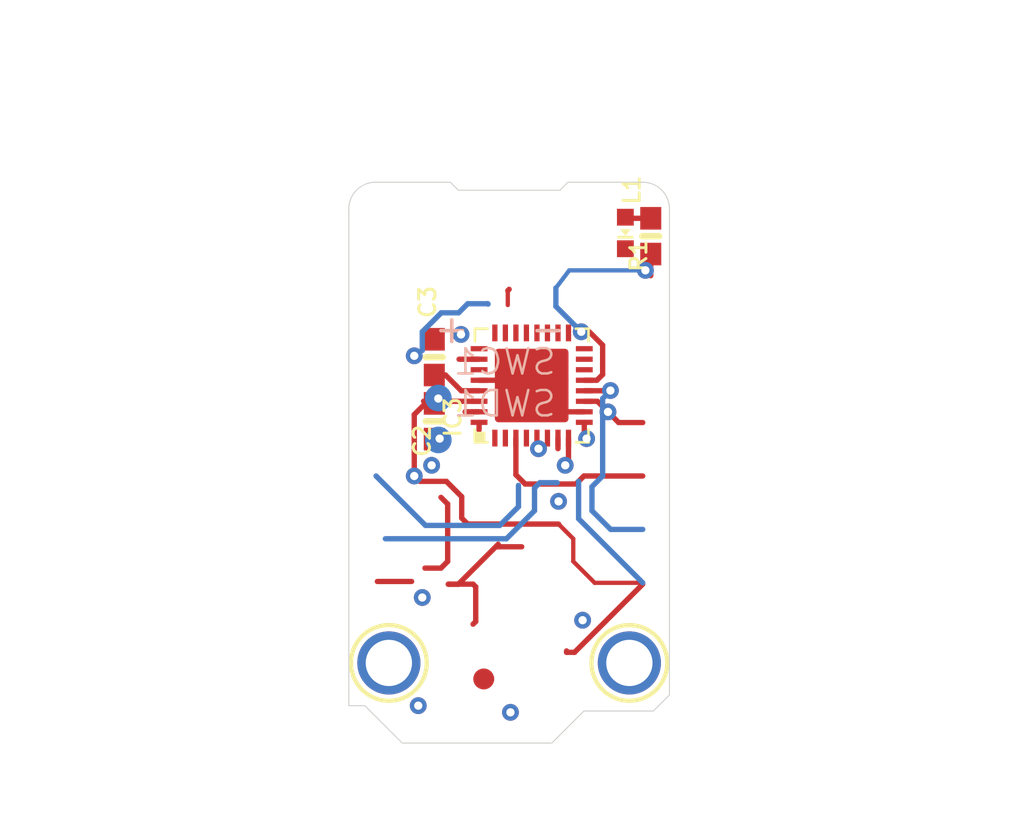
<source format=kicad_pcb>
(kicad_pcb (version 20190516) (host pcbnew "6.0.0-unknown-77cefe0~86~ubuntu18.04.1")

  (general
    (thickness 1.6)
    (drawings 29)
    (tracks 106)
    (modules 10)
    (nets 17)
  )

  (page "A4")
  (layers
    (0 "Top" signal)
    (1 "Route2" signal hide)
    (2 "Route3" signal hide)
    (3 "Route4" signal hide)
    (4 "Route5" signal hide)
    (5 "Route6" signal hide)
    (6 "Route7" signal hide)
    (7 "Route8" signal hide)
    (8 "Route9" signal hide)
    (9 "Route10" signal hide)
    (10 "Route11" signal hide)
    (11 "Route12" signal hide)
    (12 "Route13" signal hide)
    (13 "Route14" signal hide)
    (14 "Route15" signal)
    (31 "Bottom" signal)
    (32 "B.Adhes" user)
    (33 "F.Adhes" user)
    (34 "B.Paste" user)
    (35 "F.Paste" user)
    (36 "B.SilkS" user)
    (37 "F.SilkS" user)
    (38 "B.Mask" user)
    (39 "F.Mask" user)
    (40 "Dwgs.User" user)
    (41 "Cmts.User" user)
    (42 "Eco1.User" user)
    (43 "Eco2.User" user)
    (44 "Edge.Cuts" user)
    (45 "Margin" user)
    (46 "B.CrtYd" user)
    (47 "F.CrtYd" user)
    (48 "B.Fab" user)
    (49 "F.Fab" user)
  )

  (setup
    (last_trace_width 0.25)
    (trace_clearance 0.2)
    (zone_clearance 0.508)
    (zone_45_only no)
    (trace_min 0.2)
    (via_size 0.8)
    (via_drill 0.4)
    (via_min_size 0.4)
    (via_min_drill 0.3)
    (uvia_size 0.3)
    (uvia_drill 0.1)
    (uvias_allowed no)
    (uvia_min_size 0.2)
    (uvia_min_drill 0.1)
    (max_error 0.005)
    (edge_width 0.05)
    (segment_width 0.2)
    (pcb_text_width 0.3)
    (pcb_text_size 1.5 1.5)
    (mod_edge_width 0.12)
    (mod_text_size 1 1)
    (mod_text_width 0.15)
    (pad_size 1.524 1.524)
    (pad_drill 0.762)
    (pad_to_mask_clearance 0.051)
    (solder_mask_min_width 0.25)
    (aux_axis_origin 0 0)
    (visible_elements FFFFF77F)
    (pcbplotparams
      (layerselection 0x010fc_ffffffff)
      (usegerberextensions false)
      (usegerberattributes false)
      (usegerberadvancedattributes false)
      (creategerberjobfile false)
      (excludeedgelayer true)
      (linewidth 0.100000)
      (plotframeref false)
      (viasonmask false)
      (mode 1)
      (useauxorigin false)
      (hpglpennumber 1)
      (hpglpenspeed 20)
      (hpglpendiameter 15.000000)
      (psnegative false)
      (psa4output false)
      (plotreference true)
      (plotvalue true)
      (plotinvisibletext false)
      (padsonsilk false)
      (subtractmaskfromsilk false)
      (outputformat 1)
      (mirror false)
      (drillshape 1)
      (scaleselection 1)
      (outputdirectory ""))
  )

  (net 0 "")
  (net 1 "GND")
  (net 2 "3.3V")
  (net 3 "<root sheet>VOUT")
  (net 4 "<root sheet>~RESET")
  (net 5 "<root sheet>D1_A0_PA02")
  (net 6 "<root sheet>D4_A2_PA06_TXD_MOSI")
  (net 7 "<root sheet>D3_A3_PA07_RXD_SCK")
  (net 8 "<root sheet>D0_A4_PA08_SDA")
  (net 9 "<root sheet>D2_A1_PA09_SCL_MISO")
  (net 10 "Net-(IC3-Pad13)")
  (net 11 "Net-(C3-Pad1)")
  (net 12 "Net-(IC3-Pad31)")
  (net 13 "Net-(IC3-Pad32)")
  (net 14 "Net-(IC3-Pad24)")
  (net 15 "<root sheet>VBAT")
  (net 16 "Net-(L1-PadA)")

  (net_class "Default" "This is the default net class."
    (clearance 0.2)
    (trace_width 0.25)
    (via_dia 0.8)
    (via_drill 0.4)
    (uvia_dia 0.3)
    (uvia_drill 0.1)
    (add_net "3.3V")
    (add_net "<root sheet>D0_A4_PA08_SDA")
    (add_net "<root sheet>D1_A0_PA02")
    (add_net "<root sheet>D2_A1_PA09_SCL_MISO")
    (add_net "<root sheet>D3_A3_PA07_RXD_SCK")
    (add_net "<root sheet>D4_A2_PA06_TXD_MOSI")
    (add_net "<root sheet>VBAT")
    (add_net "<root sheet>VOUT")
    (add_net "<root sheet>~RESET")
    (add_net "GND")
    (add_net "Net-(C3-Pad1)")
    (add_net "Net-(IC3-Pad1)")
    (add_net "Net-(IC3-Pad13)")
    (add_net "Net-(IC3-Pad14)")
    (add_net "Net-(IC3-Pad15)")
    (add_net "Net-(IC3-Pad16)")
    (add_net "Net-(IC3-Pad17)")
    (add_net "Net-(IC3-Pad18)")
    (add_net "Net-(IC3-Pad19)")
    (add_net "Net-(IC3-Pad2)")
    (add_net "Net-(IC3-Pad20)")
    (add_net "Net-(IC3-Pad21)")
    (add_net "Net-(IC3-Pad22)")
    (add_net "Net-(IC3-Pad23)")
    (add_net "Net-(IC3-Pad24)")
    (add_net "Net-(IC3-Pad25)")
    (add_net "Net-(IC3-Pad27)")
    (add_net "Net-(IC3-Pad31)")
    (add_net "Net-(IC3-Pad32)")
    (add_net "Net-(IC3-Pad4)")
    (add_net "Net-(IC3-Pad5)")
    (add_net "Net-(IC3-Pad6)")
    (add_net "Net-(L1-PadA)")
  )

  (module "Trinket M0 rev D:FIDUCIAL_1MM" (layer "Top") (tedit 0) (tstamp 5D0BB116)
    (at 147.2946 115.2906)
    (path "/371C5F19")
    (fp_text reference "U$6" (at 0 0) (layer "F.SilkS") hide
      (effects (font (size 1.27 1.27) (thickness 0.15)))
    )
    (fp_text value "FIDUCIAL_1MM" (at 0 0) (layer "F.SilkS") hide
      (effects (font (size 1.27 1.27) (thickness 0.15)))
    )
    (fp_arc (start 0 0) (end 0 0.75) (angle 90) (layer "Dwgs.User") (width 0.5))
    (fp_arc (start 0 0) (end 0.75 0) (angle 90) (layer "Dwgs.User") (width 0.5))
    (fp_arc (start 0 0) (end 0 -0.75) (angle 90) (layer "Dwgs.User") (width 0.5))
    (fp_arc (start 0 0) (end -0.75 0) (angle 90) (layer "Dwgs.User") (width 0.5))
    (fp_arc (start 0 0) (end 0 0.75) (angle 90) (layer "Dwgs.User") (width 0.5))
    (fp_arc (start 0 0) (end 0.75 0) (angle 90) (layer "Dwgs.User") (width 0.5))
    (fp_arc (start 0 0) (end 0 -0.75) (angle 90) (layer "Dwgs.User") (width 0.5))
    (fp_arc (start 0 0) (end -0.75 0) (angle 90) (layer "Dwgs.User") (width 0.5))
    (fp_arc (start 0 0) (end 0 0.75) (angle 90) (layer "F.Mask") (width 0.5))
    (fp_arc (start 0 0) (end 0.75 0) (angle 90) (layer "F.Mask") (width 0.5))
    (fp_arc (start 0 0) (end 0 -0.75) (angle 90) (layer "F.Mask") (width 0.5))
    (fp_arc (start 0 0) (end -0.75 0) (angle 90) (layer "F.Mask") (width 0.5))
    (pad "1" smd roundrect (at 0 0) (size 1 1) (layers "Top" "F.Mask") (roundrect_rratio 0.5)
      (solder_mask_margin 0.0508))
  )

  (module "Trinket M0 rev D:MOUNTINGHOLE_2.0_PLATED" (layer "Top") (tedit 0) (tstamp 5D0BB179)
    (at 142.7861 114.5286)
    (path "/E90442EA")
    (fp_text reference "U$8" (at 0 0) (layer "F.SilkS") hide
      (effects (font (size 1.27 1.27) (thickness 0.15)))
    )
    (fp_text value "MOUNTINGHOLE2.0" (at 0 0) (layer "F.SilkS") hide
      (effects (font (size 1.27 1.27) (thickness 0.15)))
    )
    (fp_text user "2,0" (at -0.87 2.74) (layer "Cmts.User")
      (effects (font (size 0.77216 0.77216) (thickness 0.065024)) (justify left bottom))
    )
    (fp_circle (center 0 0) (end 1 0) (layer "Dwgs.User") (width 2.032))
    (fp_circle (center 0 0) (end 1 0) (layer "Dwgs.User") (width 2.032))
    (fp_circle (center 0 0) (end 1 0) (layer "Dwgs.User") (width 2.032))
    (fp_circle (center 0 0) (end 1 0) (layer "Dwgs.User") (width 2.032))
    (fp_circle (center 0 0) (end 1 0) (layer "Dwgs.User") (width 2.032))
    (fp_circle (center 0 0) (end 1.8 0) (layer "F.SilkS") (width 0.2032))
    (pad "P$1" thru_hole circle (at 0 0) (size 3 3) (drill 2.2) (layers *.Cu *.Mask)
      (solder_mask_margin 0.0508))
  )

  (module "Trinket M0 rev D:MOUNTINGHOLE_2.0_PLATED" (layer "Top") (tedit 0) (tstamp 5D0BB184)
    (at 154.2161 114.5286)
    (path "/9B8BA149")
    (fp_text reference "U$9" (at 0 0) (layer "F.SilkS") hide
      (effects (font (size 1.27 1.27) (thickness 0.15)))
    )
    (fp_text value "MOUNTINGHOLE2.0" (at 0 0) (layer "F.SilkS") hide
      (effects (font (size 1.27 1.27) (thickness 0.15)))
    )
    (fp_text user "2,0" (at -0.87 2.74) (layer "Cmts.User")
      (effects (font (size 0.77216 0.77216) (thickness 0.065024)) (justify left bottom))
    )
    (fp_circle (center 0 0) (end 1 0) (layer "Dwgs.User") (width 2.032))
    (fp_circle (center 0 0) (end 1 0) (layer "Dwgs.User") (width 2.032))
    (fp_circle (center 0 0) (end 1 0) (layer "Dwgs.User") (width 2.032))
    (fp_circle (center 0 0) (end 1 0) (layer "Dwgs.User") (width 2.032))
    (fp_circle (center 0 0) (end 1 0) (layer "Dwgs.User") (width 2.032))
    (fp_circle (center 0 0) (end 1.8 0) (layer "F.SilkS") (width 0.2032))
    (pad "P$1" thru_hole circle (at 0 0) (size 3 3) (drill 2.2) (layers *.Cu *.Mask)
      (solder_mask_margin 0.0508))
  )

  (module "Trinket M0 rev D:QFN32_5MM" (layer "Top") (tedit 0) (tstamp 5D0BB260)
    (at 149.572981 101.335841 90)
    (descr "<p>QFN32 5x5mm 0.5mm pitch</p>\n<b>Source:</b> Nordic nRF8001 Product Specification")
    (path "/5ED25CA7")
    (fp_text reference "IC3" (at -2.54 -3.298 90) (layer "F.SilkS")
      (effects (font (size 0.77216 0.77216) (thickness 0.138988)) (justify left bottom))
    )
    (fp_text value "ATSAMD21E" (at -2.54 3.552) (layer "F.Fab")
      (effects (font (size 0.77216 0.77216) (thickness 0.077216)) (justify left bottom))
    )
    (fp_poly (pts (xy 0.254 1.397) (xy 1.397 1.397) (xy 1.397 0.254) (xy 0.254 0.254)) (layer "F.Paste") (width 0))
    (fp_poly (pts (xy -1.397 -0.254) (xy -0.254 -0.254) (xy -0.254 -1.397) (xy -1.397 -1.397)) (layer "F.Paste") (width 0))
    (fp_poly (pts (xy 0.254 -0.254) (xy 1.397 -0.254) (xy 1.397 -1.397) (xy 0.254 -1.397)) (layer "F.Paste") (width 0))
    (fp_poly (pts (xy -1.397 1.397) (xy -0.254 1.397) (xy -0.254 0.254) (xy -1.397 0.254)) (layer "F.Paste") (width 0))
    (fp_poly (pts (xy -1.925 -2.95) (xy -1.925 -2.05) (xy -1.575 -2.05) (xy -1.575 -2.95)) (layer "F.Mask") (width 0))
    (fp_poly (pts (xy -1.425 -2.95) (xy -1.425 -2.05) (xy -1.075 -2.05) (xy -1.075 -2.95)) (layer "F.Mask") (width 0))
    (fp_poly (pts (xy -0.925 -2.95) (xy -0.925 -2.05) (xy -0.575 -2.05) (xy -0.575 -2.95)) (layer "F.Mask") (width 0))
    (fp_poly (pts (xy -0.425 -2.95) (xy -0.425 -2.05) (xy -0.075 -2.05) (xy -0.075 -2.95)) (layer "F.Mask") (width 0))
    (fp_poly (pts (xy 0.075 -2.95) (xy 0.075 -2.05) (xy 0.425 -2.05) (xy 0.425 -2.95)) (layer "F.Mask") (width 0))
    (fp_poly (pts (xy 0.575 -2.95) (xy 0.575 -2.05) (xy 0.925 -2.05) (xy 0.925 -2.95)) (layer "F.Mask") (width 0))
    (fp_poly (pts (xy 1.075 -2.95) (xy 1.075 -2.05) (xy 1.425 -2.05) (xy 1.425 -2.95)) (layer "F.Mask") (width 0))
    (fp_poly (pts (xy 1.575 -2.95) (xy 1.575 -2.05) (xy 1.925 -2.05) (xy 1.925 -2.95)) (layer "F.Mask") (width 0))
    (fp_poly (pts (xy 2.95 -1.925) (xy 2.05 -1.925) (xy 2.05 -1.575) (xy 2.95 -1.575)) (layer "F.Mask") (width 0))
    (fp_poly (pts (xy 2.95 -1.425) (xy 2.05 -1.425) (xy 2.05 -1.075) (xy 2.95 -1.075)) (layer "F.Mask") (width 0))
    (fp_poly (pts (xy 2.95 -0.925) (xy 2.05 -0.925) (xy 2.05 -0.575) (xy 2.95 -0.575)) (layer "F.Mask") (width 0))
    (fp_poly (pts (xy 2.95 -0.425) (xy 2.05 -0.425) (xy 2.05 -0.075) (xy 2.95 -0.075)) (layer "F.Mask") (width 0))
    (fp_poly (pts (xy 2.95 0.075) (xy 2.05 0.075) (xy 2.05 0.425) (xy 2.95 0.425)) (layer "F.Mask") (width 0))
    (fp_poly (pts (xy 2.95 0.575) (xy 2.05 0.575) (xy 2.05 0.925) (xy 2.95 0.925)) (layer "F.Mask") (width 0))
    (fp_poly (pts (xy 2.95 1.075) (xy 2.05 1.075) (xy 2.05 1.425) (xy 2.95 1.425)) (layer "F.Mask") (width 0))
    (fp_poly (pts (xy 2.95 1.575) (xy 2.05 1.575) (xy 2.05 1.925) (xy 2.95 1.925)) (layer "F.Mask") (width 0))
    (fp_poly (pts (xy 1.925 2.95) (xy 1.925 2.05) (xy 1.575 2.05) (xy 1.575 2.95)) (layer "F.Mask") (width 0))
    (fp_poly (pts (xy 1.425 2.95) (xy 1.425 2.05) (xy 1.075 2.05) (xy 1.075 2.95)) (layer "F.Mask") (width 0))
    (fp_poly (pts (xy 0.925 2.95) (xy 0.925 2.05) (xy 0.575 2.05) (xy 0.575 2.95)) (layer "F.Mask") (width 0))
    (fp_poly (pts (xy 0.425 2.95) (xy 0.425 2.05) (xy 0.075 2.05) (xy 0.075 2.95)) (layer "F.Mask") (width 0))
    (fp_poly (pts (xy -0.075 2.95) (xy -0.075 2.05) (xy -0.425 2.05) (xy -0.425 2.95)) (layer "F.Mask") (width 0))
    (fp_poly (pts (xy -0.575 2.95) (xy -0.575 2.05) (xy -0.925 2.05) (xy -0.925 2.95)) (layer "F.Mask") (width 0))
    (fp_poly (pts (xy -1.075 2.95) (xy -1.075 2.05) (xy -1.425 2.05) (xy -1.425 2.95)) (layer "F.Mask") (width 0))
    (fp_poly (pts (xy -1.575 2.95) (xy -1.575 2.05) (xy -1.925 2.05) (xy -1.925 2.95)) (layer "F.Mask") (width 0))
    (fp_poly (pts (xy -2.95 1.925) (xy -2.05 1.925) (xy -2.05 1.575) (xy -2.95 1.575)) (layer "F.Mask") (width 0))
    (fp_poly (pts (xy -2.95 1.425) (xy -2.05 1.425) (xy -2.05 1.075) (xy -2.95 1.075)) (layer "F.Mask") (width 0))
    (fp_poly (pts (xy -2.95 0.925) (xy -2.05 0.925) (xy -2.05 0.575) (xy -2.95 0.575)) (layer "F.Mask") (width 0))
    (fp_poly (pts (xy -2.95 0.425) (xy -2.05 0.425) (xy -2.05 0.075) (xy -2.95 0.075)) (layer "F.Mask") (width 0))
    (fp_poly (pts (xy -2.95 -0.075) (xy -2.05 -0.075) (xy -2.05 -0.425) (xy -2.95 -0.425)) (layer "F.Mask") (width 0))
    (fp_poly (pts (xy -2.95 -0.575) (xy -2.05 -0.575) (xy -2.05 -0.925) (xy -2.95 -0.925)) (layer "F.Mask") (width 0))
    (fp_poly (pts (xy -2.95 -1.075) (xy -2.05 -1.075) (xy -2.05 -1.425) (xy -2.95 -1.425)) (layer "F.Mask") (width 0))
    (fp_poly (pts (xy -2.95 -1.575) (xy -2.05 -1.575) (xy -2.05 -1.925) (xy -2.95 -1.925)) (layer "F.Mask") (width 0))
    (fp_poly (pts (xy -2.7 -2.2) (xy -2.2 -2.2) (xy -2.2 -2.7) (xy -2.7 -2.7)) (layer "F.SilkS") (width 0))
    (fp_line (start 2.7 2.7) (end 2.1 2.7) (layer "F.SilkS") (width 0.127))
    (fp_line (start 2.7 2.1) (end 2.7 2.7) (layer "F.SilkS") (width 0.127))
    (fp_line (start -2.7 2.7) (end -2.1 2.7) (layer "F.SilkS") (width 0.127))
    (fp_line (start -2.7 2.1) (end -2.7 2.7) (layer "F.SilkS") (width 0.127))
    (fp_line (start 2.7 -2.7) (end 2.7 -2.1) (layer "F.SilkS") (width 0.127))
    (fp_line (start 2.1 -2.7) (end 2.7 -2.7) (layer "F.SilkS") (width 0.127))
    (fp_line (start -2.7 -2.7) (end -2.7 -2.1) (layer "F.SilkS") (width 0.127))
    (fp_line (start -2.1 -2.7) (end -2.7 -2.7) (layer "F.SilkS") (width 0.127))
    (fp_line (start -2.5 2.5) (end -2.5 -2.5) (layer "F.Fab") (width 0.127))
    (fp_line (start 2.5 2.5) (end -2.5 2.5) (layer "F.Fab") (width 0.127))
    (fp_line (start 2.5 -2.5) (end 2.5 2.5) (layer "F.Fab") (width 0.127))
    (fp_line (start -2.5 -2.5) (end 2.5 -2.5) (layer "F.Fab") (width 0.127))
    (pad "33" smd roundrect (at 0 0 90) (size 3.5 3.5) (layers "Top" "F.Mask") (roundrect_rratio 0.05)
      (net 1 "GND") (solder_mask_margin 0.0508))
    (pad "1" smd rect (at -2.5 -1.75 180) (size 0.25 0.8) (layers "Top" "F.Paste" "F.Mask")
      (solder_mask_margin 0.0508))
    (pad "2" smd rect (at -2.5 -1.25 180) (size 0.25 0.8) (layers "Top" "F.Paste" "F.Mask")
      (solder_mask_margin 0.0508))
    (pad "3" smd rect (at -2.5 -0.75 180) (size 0.25 0.8) (layers "Top" "F.Paste" "F.Mask")
      (solder_mask_margin 0.0508))
    (pad "4" smd rect (at -2.5 -0.25 180) (size 0.25 0.8) (layers "Top" "F.Paste" "F.Mask")
      (solder_mask_margin 0.0508))
    (pad "5" smd rect (at -2.5 0.25 180) (size 0.25 0.8) (layers "Top" "F.Paste" "F.Mask")
      (solder_mask_margin 0.0508))
    (pad "6" smd rect (at -2.5 0.75 180) (size 0.25 0.8) (layers "Top" "F.Paste" "F.Mask")
      (solder_mask_margin 0.0508))
    (pad "7" smd rect (at -2.5 1.25 180) (size 0.25 0.8) (layers "Top" "F.Paste" "F.Mask")
      (solder_mask_margin 0.0508))
    (pad "8" smd rect (at -2.5 1.75 180) (size 0.25 0.8) (layers "Top" "F.Paste" "F.Mask")
      (solder_mask_margin 0.0508))
    (pad "9" smd rect (at -1.75 2.5 270) (size 0.25 0.8) (layers "Top" "F.Paste" "F.Mask")
      (net 2 "3.3V") (solder_mask_margin 0.0508))
    (pad "10" smd rect (at -1.25 2.5 270) (size 0.25 0.8) (layers "Top" "F.Paste" "F.Mask")
      (net 1 "GND") (solder_mask_margin 0.0508))
    (pad "11" smd rect (at -0.75 2.5 270) (size 0.25 0.8) (layers "Top" "F.Paste" "F.Mask")
      (solder_mask_margin 0.0508))
    (pad "12" smd rect (at -0.25 2.5 270) (size 0.25 0.8) (layers "Top" "F.Paste" "F.Mask")
      (solder_mask_margin 0.0508))
    (pad "13" smd rect (at 0.25 2.5 270) (size 0.25 0.8) (layers "Top" "F.Paste" "F.Mask")
      (net 10 "Net-(IC3-Pad13)") (solder_mask_margin 0.0508))
    (pad "14" smd rect (at 0.75 2.5 270) (size 0.25 0.8) (layers "Top" "F.Paste" "F.Mask")
      (solder_mask_margin 0.0508))
    (pad "15" smd rect (at 1.25 2.5 270) (size 0.25 0.8) (layers "Top" "F.Paste" "F.Mask")
      (solder_mask_margin 0.0508))
    (pad "16" smd rect (at 1.75 2.5 270) (size 0.25 0.8) (layers "Top" "F.Paste" "F.Mask")
      (solder_mask_margin 0.0508))
    (pad "17" smd rect (at 2.5 1.75) (size 0.25 0.8) (layers "Top" "F.Paste" "F.Mask")
      (solder_mask_margin 0.0508))
    (pad "18" smd rect (at 2.5 1.25) (size 0.25 0.8) (layers "Top" "F.Paste" "F.Mask")
      (solder_mask_margin 0.0508))
    (pad "19" smd rect (at 2.5 0.75) (size 0.25 0.8) (layers "Top" "F.Paste" "F.Mask")
      (solder_mask_margin 0.0508))
    (pad "20" smd rect (at 2.5 0.25) (size 0.25 0.8) (layers "Top" "F.Paste" "F.Mask")
      (solder_mask_margin 0.0508))
    (pad "21" smd rect (at 2.5 -0.25) (size 0.25 0.8) (layers "Top" "F.Paste" "F.Mask")
      (solder_mask_margin 0.0508))
    (pad "22" smd rect (at 2.5 -0.75) (size 0.25 0.8) (layers "Top" "F.Paste" "F.Mask")
      (solder_mask_margin 0.0508))
    (pad "23" smd rect (at 2.5 -1.25) (size 0.25 0.8) (layers "Top" "F.Paste" "F.Mask")
      (solder_mask_margin 0.0508))
    (pad "24" smd rect (at 2.5 -1.75) (size 0.25 0.8) (layers "Top" "F.Paste" "F.Mask")
      (solder_mask_margin 0.0508))
    (pad "25" smd rect (at 1.75 -2.5 90) (size 0.25 0.8) (layers "Top" "F.Paste" "F.Mask")
      (solder_mask_margin 0.0508))
    (pad "26" smd rect (at 1.25 -2.5 90) (size 0.25 0.8) (layers "Top" "F.Paste" "F.Mask")
      (solder_mask_margin 0.0508))
    (pad "27" smd rect (at 0.75 -2.5 90) (size 0.25 0.8) (layers "Top" "F.Paste" "F.Mask")
      (solder_mask_margin 0.0508))
    (pad "28" smd rect (at 0.25 -2.5 90) (size 0.25 0.8) (layers "Top" "F.Paste" "F.Mask")
      (net 1 "GND") (solder_mask_margin 0.0508))
    (pad "29" smd rect (at -0.25 -2.5 90) (size 0.25 0.8) (layers "Top" "F.Paste" "F.Mask")
      (net 11 "Net-(C3-Pad1)") (solder_mask_margin 0.0508))
    (pad "30" smd rect (at -0.75 -2.5 90) (size 0.25 0.8) (layers "Top" "F.Paste" "F.Mask")
      (net 2 "3.3V") (solder_mask_margin 0.0508))
    (pad "31" smd rect (at -1.25 -2.5 90) (size 0.25 0.8) (layers "Top" "F.Paste" "F.Mask")
      (net 12 "Net-(IC3-Pad31)") (solder_mask_margin 0.0508))
    (pad "32" smd rect (at -1.75 -2.5 90) (size 0.25 0.8) (layers "Top" "F.Paste" "F.Mask")
      (net 13 "Net-(IC3-Pad32)") (solder_mask_margin 0.0508))
  )

  (module "Trinket M0 rev D:B1,27" (layer "Bottom") (tedit 0) (tstamp 5D0BB2DB)
    (at 145.1356 101.9302 180)
    (descr "<b>TEST PAD</b>")
    (path "/B5C8AA3B")
    (fp_text reference "SWC1" (at -0.635 1.016) (layer "B.SilkS")
      (effects (font (size 1.2065 1.2065) (thickness 0.12065)) (justify right bottom mirror))
    )
    (fp_text value "TPB1,27" (at -0.635 -0.762) (layer "B.Fab")
      (effects (font (size 0.02413 0.02413) (thickness 0.00193)) (justify right bottom mirror))
    )
    (fp_text user ">TP_SIGNAL_NAME" (at -0.635 -1.905 180) (layer "Dwgs.User")
      (effects (font (size 0.95 0.95) (thickness 0.08)) (justify right bottom))
    )
    (fp_line (start 0 0.635) (end 0 -0.635) (layer "Dwgs.User") (width 0.0024))
    (fp_line (start -0.635 0) (end 0.635 0) (layer "Dwgs.User") (width 0.0024))
    (pad "TP" smd roundrect (at 0 0 180) (size 1.27 1.27) (layers "Bottom" "B.Mask") (roundrect_rratio 0.5)
      (net 12 "Net-(IC3-Pad31)") (solder_mask_margin 0.0508))
  )

  (module "Trinket M0 rev D:B1,27" (layer "Bottom") (tedit 0) (tstamp 5D0BB2E2)
    (at 145.1356 103.9241 180)
    (descr "<b>TEST PAD</b>")
    (path "/17E7394D")
    (fp_text reference "SWD1" (at -0.635 1.016) (layer "B.SilkS")
      (effects (font (size 1.2065 1.2065) (thickness 0.12065)) (justify right bottom mirror))
    )
    (fp_text value "TPB1,27" (at -0.635 -0.762) (layer "B.Fab")
      (effects (font (size 0.02413 0.02413) (thickness 0.00193)) (justify right bottom mirror))
    )
    (fp_text user ">TP_SIGNAL_NAME" (at -0.635 -1.905 180) (layer "Dwgs.User")
      (effects (font (size 0.95 0.95) (thickness 0.08)) (justify right bottom))
    )
    (fp_line (start 0 0.635) (end 0 -0.635) (layer "Dwgs.User") (width 0.0024))
    (fp_line (start -0.635 0) (end 0.635 0) (layer "Dwgs.User") (width 0.0024))
    (pad "TP" smd roundrect (at 0 0 180) (size 1.27 1.27) (layers "Bottom" "B.Mask") (roundrect_rratio 0.5)
      (net 13 "Net-(IC3-Pad32)") (solder_mask_margin 0.0508))
  )

  (module "Trinket M0 rev D:CHIPLED_0603_NOOUTLINE" (layer "Top") (tedit 0) (tstamp 5D0BB305)
    (at 154.0256 94.0816 180)
    (path "/DEA17AD5")
    (fp_text reference "L1" (at -0.762 1.27 90) (layer "F.SilkS")
      (effects (font (size 0.77216 0.77216) (thickness 0.138988)) (justify left bottom))
    )
    (fp_text value "red" (at 1.27 1.27 90) (layer "F.Fab")
      (effects (font (size 0.77216 0.77216) (thickness 0.077216)) (justify left bottom))
    )
    (fp_poly (pts (xy 0 -0.1397) (xy -0.254 0.1778) (xy 0.254 0.1778)) (layer "F.SilkS") (width 0))
    (fp_poly (pts (xy -0.381 -0.1397) (xy 0.381 -0.1397) (xy 0.381 -0.2667) (xy -0.381 -0.2667)) (layer "F.SilkS") (width 0))
    (fp_poly (pts (xy 0.175 0.65) (xy 0.275 0.65) (xy 0.275 0.55) (xy 0.175 0.55)) (layer "F.Fab") (width 0))
    (fp_poly (pts (xy -0.275 0.65) (xy -0.175 0.65) (xy -0.175 0.55) (xy -0.275 0.55)) (layer "F.Fab") (width 0))
    (fp_poly (pts (xy -0.275 0.575) (xy 0.275 0.575) (xy 0.275 0.35) (xy -0.275 0.35)) (layer "F.Fab") (width 0))
    (fp_poly (pts (xy 0.25 0.85) (xy 0.45 0.85) (xy 0.45 0.35) (xy 0.25 0.35)) (layer "F.Fab") (width 0))
    (fp_poly (pts (xy -0.45 0.85) (xy -0.25 0.85) (xy -0.25 0.35) (xy -0.45 0.35)) (layer "F.Fab") (width 0))
    (fp_poly (pts (xy -0.45 -0.35) (xy 0.45 -0.35) (xy 0.45 -0.575) (xy -0.45 -0.575)) (layer "F.Fab") (width 0))
    (fp_poly (pts (xy 0.25 -0.55) (xy 0.45 -0.55) (xy 0.45 -0.85) (xy 0.25 -0.85)) (layer "F.Fab") (width 0))
    (fp_poly (pts (xy -0.45 -0.35) (xy -0.4 -0.35) (xy -0.4 -0.725) (xy -0.45 -0.725)) (layer "F.Fab") (width 0))
    (fp_poly (pts (xy -0.275 -0.55) (xy -0.225 -0.55) (xy -0.225 -0.6) (xy -0.275 -0.6)) (layer "F.Fab") (width 0))
    (fp_poly (pts (xy -0.45 -0.7) (xy -0.25 -0.7) (xy -0.25 -0.85) (xy -0.45 -0.85)) (layer "F.Fab") (width 0))
    (fp_circle (center -0.35 -0.625) (end -0.275 -0.625) (layer "F.Fab") (width 0.0508))
    (fp_line (start 0.4 -0.35) (end 0.4 0.35) (layer "F.Fab") (width 0.1016))
    (fp_line (start -0.4 -0.375) (end -0.4 0.35) (layer "F.Fab") (width 0.1016))
    (fp_arc (start 0 0.825) (end -0.275 0.825) (angle 180) (layer "F.Fab") (width 0.0508))
    (fp_arc (start 0 -0.826099) (end -0.3 -0.8) (angle -170.055574) (layer "F.Fab") (width 0.1016))
    (pad "C" smd rect (at 0 -0.75 180) (size 0.8 0.8) (layers "Top" "F.Paste" "F.Mask")
      (net 1 "GND") (solder_mask_margin 0.0508))
    (pad "A" smd rect (at 0 0.75 180) (size 0.8 0.8) (layers "Top" "F.Paste" "F.Mask")
      (net 16 "Net-(L1-PadA)") (solder_mask_margin 0.0508))
  )

  (module "Trinket M0 rev D:0603-NO" (layer "Top") (tedit 0) (tstamp 5D0BB31B)
    (at 155.2321 94.234 270)
    (path "/E54CE26F")
    (fp_text reference "R1" (at 1.778 0.127 90) (layer "F.SilkS")
      (effects (font (size 0.77216 0.77216) (thickness 0.138988)) (justify left bottom))
    )
    (fp_text value "1.5K" (at 1.778 0.762 90) (layer "F.Fab")
      (effects (font (size 0.77216 0.77216) (thickness 0.077216)) (justify left bottom))
    )
    (fp_line (start 0 -0.4) (end 0 0.4) (layer "F.SilkS") (width 0.3048))
    (fp_poly (pts (xy -0.1999 0.3) (xy 0.1999 0.3) (xy 0.1999 -0.3) (xy -0.1999 -0.3)) (layer "F.Adhes") (width 0))
    (fp_poly (pts (xy 0.3302 0.4699) (xy 0.8303 0.4699) (xy 0.8303 -0.4801) (xy 0.3302 -0.4801)) (layer "F.Fab") (width 0))
    (fp_poly (pts (xy -0.8382 0.4699) (xy -0.3381 0.4699) (xy -0.3381 -0.4801) (xy -0.8382 -0.4801)) (layer "F.Fab") (width 0))
    (fp_line (start -0.356 0.419) (end 0.356 0.419) (layer "F.Fab") (width 0.1016))
    (fp_line (start -0.356 -0.432) (end 0.356 -0.432) (layer "F.Fab") (width 0.1016))
    (fp_line (start -1.473 0.729) (end -1.473 -0.729) (layer "Dwgs.User") (width 0.0508))
    (fp_line (start 1.473 0.729) (end -1.473 0.729) (layer "Dwgs.User") (width 0.0508))
    (fp_line (start 1.473 -0.729) (end 1.473 0.729) (layer "Dwgs.User") (width 0.0508))
    (fp_line (start -1.473 -0.729) (end 1.473 -0.729) (layer "Dwgs.User") (width 0.0508))
    (pad "1" smd rect (at -0.85 0 270) (size 1.075 1) (layers "Top" "F.Paste" "F.Mask")
      (net 16 "Net-(L1-PadA)") (solder_mask_margin 0.0508))
    (pad "2" smd rect (at 0.85 0 270) (size 1.075 1) (layers "Top" "F.Paste" "F.Mask")
      (net 10 "Net-(IC3-Pad13)") (solder_mask_margin 0.0508))
  )

  (module "Trinket M0 rev D:0603-NO" (layer "Top") (tedit 0) (tstamp 5D0BB32A)
    (at 144.9451 103.0351 270)
    (path "/F2879E99")
    (fp_text reference "C2" (at 1.778 0.127 90) (layer "F.SilkS")
      (effects (font (size 0.77216 0.77216) (thickness 0.138988)) (justify left bottom))
    )
    (fp_text value "1uF" (at 1.778 0.762 90) (layer "F.Fab")
      (effects (font (size 0.77216 0.77216) (thickness 0.077216)) (justify left bottom))
    )
    (fp_line (start 0 -0.4) (end 0 0.4) (layer "F.SilkS") (width 0.3048))
    (fp_poly (pts (xy -0.1999 0.3) (xy 0.1999 0.3) (xy 0.1999 -0.3) (xy -0.1999 -0.3)) (layer "F.Adhes") (width 0))
    (fp_poly (pts (xy 0.3302 0.4699) (xy 0.8303 0.4699) (xy 0.8303 -0.4801) (xy 0.3302 -0.4801)) (layer "F.Fab") (width 0))
    (fp_poly (pts (xy -0.8382 0.4699) (xy -0.3381 0.4699) (xy -0.3381 -0.4801) (xy -0.8382 -0.4801)) (layer "F.Fab") (width 0))
    (fp_line (start -0.356 0.419) (end 0.356 0.419) (layer "F.Fab") (width 0.1016))
    (fp_line (start -0.356 -0.432) (end 0.356 -0.432) (layer "F.Fab") (width 0.1016))
    (fp_line (start -1.473 0.729) (end -1.473 -0.729) (layer "Dwgs.User") (width 0.0508))
    (fp_line (start 1.473 0.729) (end -1.473 0.729) (layer "Dwgs.User") (width 0.0508))
    (fp_line (start 1.473 -0.729) (end 1.473 0.729) (layer "Dwgs.User") (width 0.0508))
    (fp_line (start -1.473 -0.729) (end 1.473 -0.729) (layer "Dwgs.User") (width 0.0508))
    (pad "1" smd rect (at -0.85 0 270) (size 1.075 1) (layers "Top" "F.Paste" "F.Mask")
      (net 2 "3.3V") (solder_mask_margin 0.0508))
    (pad "2" smd rect (at 0.85 0 270) (size 1.075 1) (layers "Top" "F.Paste" "F.Mask")
      (net 1 "GND") (solder_mask_margin 0.0508))
  )

  (module "Trinket M0 rev D:0603-NO" (layer "Top") (tedit 0) (tstamp 5D0BB34D)
    (at 144.9451 99.9871 90)
    (path "/91680661")
    (fp_text reference "C3" (at 1.778 0.127 90) (layer "F.SilkS")
      (effects (font (size 0.77216 0.77216) (thickness 0.138988)) (justify left bottom))
    )
    (fp_text value "1uF" (at 1.778 0.762 90) (layer "F.Fab")
      (effects (font (size 0.77216 0.77216) (thickness 0.077216)) (justify left bottom))
    )
    (fp_line (start 0 -0.4) (end 0 0.4) (layer "F.SilkS") (width 0.3048))
    (fp_poly (pts (xy -0.1999 0.3) (xy 0.1999 0.3) (xy 0.1999 -0.3) (xy -0.1999 -0.3)) (layer "F.Adhes") (width 0))
    (fp_poly (pts (xy 0.3302 0.4699) (xy 0.8303 0.4699) (xy 0.8303 -0.4801) (xy 0.3302 -0.4801)) (layer "F.Fab") (width 0))
    (fp_poly (pts (xy -0.8382 0.4699) (xy -0.3381 0.4699) (xy -0.3381 -0.4801) (xy -0.8382 -0.4801)) (layer "F.Fab") (width 0))
    (fp_line (start -0.356 0.419) (end 0.356 0.419) (layer "F.Fab") (width 0.1016))
    (fp_line (start -0.356 -0.432) (end 0.356 -0.432) (layer "F.Fab") (width 0.1016))
    (fp_line (start -1.473 0.729) (end -1.473 -0.729) (layer "Dwgs.User") (width 0.0508))
    (fp_line (start 1.473 0.729) (end -1.473 0.729) (layer "Dwgs.User") (width 0.0508))
    (fp_line (start 1.473 -0.729) (end 1.473 0.729) (layer "Dwgs.User") (width 0.0508))
    (fp_line (start -1.473 -0.729) (end 1.473 -0.729) (layer "Dwgs.User") (width 0.0508))
    (pad "1" smd rect (at -0.85 0 90) (size 1.075 1) (layers "Top" "F.Paste" "F.Mask")
      (net 11 "Net-(C3-Pad1)") (solder_mask_margin 0.0508))
    (pad "2" smd rect (at 0.85 0 90) (size 1.075 1) (layers "Top" "F.Paste" "F.Mask")
      (net 1 "GND") (solder_mask_margin 0.0508))
  )

  (gr_line (start 156.1211 92.9386) (end 156.1211 116.0526) (layer "Edge.Cuts") (width 0.05) (tstamp 5272B7E0))
  (gr_line (start 156.1211 116.0526) (end 155.3591 116.8146) (layer "Edge.Cuts") (width 0.05) (tstamp 5272BCA0))
  (gr_line (start 155.3591 116.8146) (end 152.0571 116.8146) (layer "Edge.Cuts") (width 0.05) (tstamp 5272C140))
  (gr_line (start 152.0571 116.8146) (end 150.5331 118.3386) (layer "Edge.Cuts") (width 0.05) (tstamp 5272C5E0))
  (gr_line (start 150.5331 118.3386) (end 143.4211 118.3386) (layer "Edge.Cuts") (width 0.05) (tstamp 5272CA80))
  (gr_line (start 143.4211 118.3386) (end 141.6431 116.5606) (layer "Edge.Cuts") (width 0.05) (tstamp 5272CF20))
  (gr_line (start 141.6431 116.5606) (end 140.8811 116.5606) (layer "Edge.Cuts") (width 0.05) (tstamp 5272D3D0))
  (gr_line (start 140.8811 116.5606) (end 140.8811 92.9386) (layer "Edge.Cuts") (width 0.05) (tstamp 5272D880))
  (gr_arc (start 142.1511 92.9386) (end 140.8811 92.9386) (angle 90) (layer "Edge.Cuts") (width 0.05) (tstamp 5272DD30))
  (gr_line (start 142.1511 91.6686) (end 145.7071 91.6686) (layer "Edge.Cuts") (width 0.05) (tstamp 5272E250))
  (gr_line (start 145.7071 91.6686) (end 146.0881 92.0496) (layer "Edge.Cuts") (width 0.05) (tstamp 5272E6E0))
  (gr_line (start 146.0881 92.0496) (end 150.9141 92.0496) (layer "Edge.Cuts") (width 0.05) (tstamp 5272EB90))
  (gr_line (start 150.9141 92.0496) (end 151.2951 91.6686) (layer "Edge.Cuts") (width 0.05) (tstamp 5272F040))
  (gr_line (start 151.2951 91.6686) (end 154.8511 91.6686) (layer "Edge.Cuts") (width 0.05) (tstamp 5272F4D0))
  (gr_arc (start 154.8511 92.9386) (end 154.8511 91.6686) (angle 90) (layer "Edge.Cuts") (width 0.05) (tstamp 5272F950))
  (gr_text "+" (at 146.7231 99.4156) (layer "B.SilkS") (tstamp 52730560)
    (effects (font (size 1.35128 1.35128) (thickness 0.170688)) (justify left bottom mirror))
  )
  (gr_text "-" (at 151.2951 99.4156) (layer "B.SilkS") (tstamp 52730BC0)
    (effects (font (size 1.35128 1.35128) (thickness 0.170688)) (justify left bottom mirror))
  )
  (gr_text "D2/A1/SCL/MISO" (at 156.8831 108.6866) (layer "F.Fab") (tstamp 527311E0)
    (effects (font (size 1.2065 1.2065) (thickness 0.1016)) (justify left bottom))
  )
  (gr_text "D0/A4/SDA" (at 156.6291 103.6066) (layer "F.Fab") (tstamp 52731660)
    (effects (font (size 1.2065 1.2065) (thickness 0.1016)) (justify left bottom))
  )
  (gr_text "D1/A0/VOUT" (at 156.6291 106.1466) (layer "F.Fab") (tstamp 52731A80)
    (effects (font (size 1.2065 1.2065) (thickness 0.1016)) (justify left bottom))
  )
  (gr_text "D4/A2/RXD/MOSI" (at 140.6271 105.1941) (layer "F.Fab") (tstamp 52731F20)
    (effects (font (size 1.2065 1.2065) (thickness 0.1016)) (justify right top))
  )
  (gr_text "D3/A3/TXD/SCK" (at 140.5636 107.5436) (layer "F.Fab") (tstamp 52732450)
    (effects (font (size 1.2065 1.2065) (thickness 0.1016)) (justify right top))
  )
  (dimension 15.3035 (width 0.1) (layer "Dwgs.User")
    (gr_text "15.303 mm" (at 148.53285 83.7511) (layer "Dwgs.User")
      (effects (font (size 1 1) (thickness 0.15)))
    )
    (feature1 (pts (xy 156.1846 99.70135) (xy 156.1846 84.414679)))
    (feature2 (pts (xy 140.8811 99.70135) (xy 140.8811 84.414679)))
    (crossbar (pts (xy 140.8811 85.0011) (xy 156.1846 85.0011)))
    (arrow1a (pts (xy 156.1846 85.0011) (xy 155.058096 85.587521)))
    (arrow1b (pts (xy 156.1846 85.0011) (xy 155.058096 84.414679)))
    (arrow2a (pts (xy 140.8811 85.0011) (xy 142.007604 85.587521)))
    (arrow2b (pts (xy 140.8811 85.0011) (xy 142.007604 84.414679)))
  )
  (dimension 12.6365 (width 0.1) (layer "Dwgs.User")
    (gr_text "12.636 mm" (at 148.53285 86.7991) (layer "Dwgs.User")
      (effects (font (size 1 1) (thickness 0.15)))
    )
    (feature1 (pts (xy 154.8511 105.6386) (xy 154.8511 87.462679)))
    (feature2 (pts (xy 142.2146 105.6386) (xy 142.2146 87.462679)))
    (crossbar (pts (xy 142.2146 88.0491) (xy 154.8511 88.0491)))
    (arrow1a (pts (xy 154.8511 88.0491) (xy 153.724596 88.635521)))
    (arrow1b (pts (xy 154.8511 88.0491) (xy 153.724596 87.462679)))
    (arrow2a (pts (xy 142.2146 88.0491) (xy 143.341104 88.635521)))
    (arrow2b (pts (xy 142.2146 88.0491) (xy 143.341104 87.462679)))
  )
  (dimension 12.192 (width 0.1) (layer "Dwgs.User")
    (gr_text "12.192 mm" (at 148.5011 89.4026) (layer "Dwgs.User")
      (effects (font (size 1 1) (thickness 0.15)))
    )
    (feature1 (pts (xy 154.5971 98.17735) (xy 154.5971 90.066179)))
    (feature2 (pts (xy 142.4051 98.17735) (xy 142.4051 90.066179)))
    (crossbar (pts (xy 142.4051 90.6526) (xy 154.5971 90.6526)))
    (arrow1a (pts (xy 154.5971 90.6526) (xy 153.470596 91.239021)))
    (arrow1b (pts (xy 154.5971 90.6526) (xy 153.470596 90.066179)))
    (arrow2a (pts (xy 142.4051 90.6526) (xy 143.531604 91.239021)))
    (arrow2b (pts (xy 142.4051 90.6526) (xy 143.531604 90.066179)))
  )
  (dimension 11.43 (width 0.1) (layer "Dwgs.User")
    (gr_text "11.430 mm" (at 148.5011 122.9541) (layer "Dwgs.User")
      (effects (font (size 1 1) (thickness 0.15)))
    )
    (feature1 (pts (xy 154.2161 114.5286) (xy 154.2161 122.290521)))
    (feature2 (pts (xy 142.7861 114.5286) (xy 142.7861 122.290521)))
    (crossbar (pts (xy 142.7861 121.7041) (xy 154.2161 121.7041)))
    (arrow1a (pts (xy 154.2161 121.7041) (xy 153.089596 122.290521)))
    (arrow1b (pts (xy 154.2161 121.7041) (xy 153.089596 121.117679)))
    (arrow2a (pts (xy 142.7861 121.7041) (xy 143.912604 122.290521)))
    (arrow2b (pts (xy 142.7861 121.7041) (xy 143.912604 121.117679)))
  )
  (dimension 26.67 (width 0.1) (layer "Dwgs.User")
    (gr_text "26.670 mm" (at 135.8211 105.0036 90) (layer "Dwgs.User")
      (effects (font (size 1 1) (thickness 0.15)))
    )
    (feature1 (pts (xy 145.80235 91.6686) (xy 136.484679 91.6686)))
    (feature2 (pts (xy 145.80235 118.3386) (xy 136.484679 118.3386)))
    (crossbar (pts (xy 137.0711 118.3386) (xy 137.0711 91.6686)))
    (arrow1a (pts (xy 137.0711 91.6686) (xy 137.657521 92.795104)))
    (arrow1b (pts (xy 137.0711 91.6686) (xy 136.484679 92.795104)))
    (arrow2a (pts (xy 137.0711 118.3386) (xy 137.657521 117.212096)))
    (arrow2b (pts (xy 137.0711 118.3386) (xy 136.484679 117.212096)))
  )
  (dimension 6.477 (width 0.1) (layer "Dwgs.User")
    (gr_text "6.477 mm" (at 146.6396 94.9071 270) (layer "Dwgs.User")
      (effects (font (size 1 1) (thickness 0.15)))
    )
    (feature1 (pts (xy 142.56385 98.1456) (xy 145.976021 98.1456)))
    (feature2 (pts (xy 142.56385 91.6686) (xy 145.976021 91.6686)))
    (crossbar (pts (xy 145.3896 91.6686) (xy 145.3896 98.1456)))
    (arrow1a (pts (xy 145.3896 98.1456) (xy 144.803179 97.019096)))
    (arrow1b (pts (xy 145.3896 98.1456) (xy 145.976021 97.019096)))
    (arrow2a (pts (xy 145.3896 91.6686) (xy 144.803179 92.795104)))
    (arrow2b (pts (xy 145.3896 91.6686) (xy 145.976021 92.795104)))
  )
  (dimension 3.8735 (width 0.1) (layer "Dwgs.User")
    (gr_text "3.873 mm" (at 138.7421 116.46535 90) (layer "Dwgs.User")
      (effects (font (size 1 1) (thickness 0.15)))
    )
    (feature1 (pts (xy 142.62735 114.5286) (xy 139.405679 114.5286)))
    (feature2 (pts (xy 142.62735 118.4021) (xy 139.405679 118.4021)))
    (crossbar (pts (xy 139.9921 118.4021) (xy 139.9921 114.5286)))
    (arrow1a (pts (xy 139.9921 114.5286) (xy 140.578521 115.655104)))
    (arrow1b (pts (xy 139.9921 114.5286) (xy 139.405679 115.655104)))
    (arrow2a (pts (xy 139.9921 118.4021) (xy 140.578521 117.275596)))
    (arrow2b (pts (xy 139.9921 118.4021) (xy 139.405679 117.275596)))
  )

  (via (at 144.1831 116.5606) (size 0.8001) (drill 0.3937) (layers "Top" "Bottom") (net 1) (tstamp 52E247D0))
  (via (at 144.3736 111.4171) (size 0.8001) (drill 0.3937) (layers "Top" "Bottom") (net 1) (tstamp 52E24B40))
  (via (at 151.9936 112.4966) (size 0.8001) (drill 0.3937) (layers "Top" "Bottom") (net 1) (tstamp 52E24EE0))
  (via (at 148.5646 116.8781) (size 0.8001) (drill 0.3937) (layers "Top" "Bottom") (net 1) (tstamp 52E25280))
  (via (at 144.8181 105.1306) (size 0.8001) (drill 0.3937) (layers "Top" "Bottom") (net 1) (tstamp 52E25620))
  (via (at 146.2151 98.9076) (size 0.8001) (drill 0.3937) (layers "Top" "Bottom") (net 1) (tstamp 52E26CD0))
  (via (at 150.8506 106.8451) (size 0.8001) (drill 0.3937) (layers "Top" "Bottom") (net 1) (tstamp 52E27030))
  (segment (start 147.072982 101.085841) (end 149.322981 101.085841) (width 0.254) (layer "Top") (net 1) (tstamp 52E273D0))
  (segment (start 152.072981 102.585841) (end 150.02034 102.585841) (width 0.254) (layer "Top") (net 1) (tstamp 52E27EE0))
  (segment (start 148.4376 97.5106) (end 148.4376 96.8251) (width 0.2032) (layer "Top") (net 14) (tstamp 52E2AC20))
  (segment (start 148.4376 96.8251) (end 148.5011 96.7616) (width 0.254) (layer "Top") (net 14) (tstamp 52E2B100))
  (via (at 153.2001 102.5906) (size 0.8001) (drill 0.3937) (layers "Top" "Bottom") (net 8) (tstamp 52E31180))
  (segment (start 144.3736 99.6696) (end 144.3736 98.7806) (width 0.254) (layer "Bottom") (net 15) (tstamp 52E33570))
  (segment (start 144.3736 98.7806) (end 145.2753 97.8789) (width 0.254) (layer "Bottom") (net 15) (tstamp 52E33A30))
  (segment (start 145.2753 97.8789) (end 146.1008 97.8789) (width 0.254) (layer "Bottom") (net 15) (tstamp 52E343D0))
  (segment (start 146.1008 97.8789) (end 146.5326 97.4471) (width 0.254) (layer "Bottom") (net 15) (tstamp 52E348B0))
  (segment (start 146.5326 97.4471) (end 147.4851 97.4471) (width 0.254) (layer "Bottom") (net 15) (tstamp 52E34D90))
  (segment (start 147.4851 97.4471) (end 147.5011 97.4631) (width 0.254) (layer "Bottom") (net 15) (tstamp 52E35270))
  (segment (start 147.9796 109.0041) (end 149.0988 109.0041) (width 0.254) (layer "Top") (net 3) (tstamp 52E37590))
  (segment (start 147.9796 109.0041) (end 147.9796 108.8906) (width 0.254) (layer "Top") (net 3) (tstamp 52E37AD0))
  (segment (start 147.9796 108.8906) (end 146.0856 110.7846) (width 0.254) (layer "Top") (net 3) (tstamp 52E37FB0))
  (segment (start 146.0856 110.7846) (end 145.6135 110.7846) (width 0.254) (layer "Top") (net 3) (tstamp 52E38970))
  (segment (start 146.7891 112.6846) (end 146.9136 112.5601) (width 0.254) (layer "Top") (net 3) (tstamp 52E39330))
  (segment (start 146.9136 112.5601) (end 146.9136 110.9091) (width 0.254) (layer "Top") (net 3) (tstamp 52E39810))
  (segment (start 146.9136 110.9091) (end 146.7866 110.7821) (width 0.254) (layer "Top") (net 3) (tstamp 52E39CF0))
  (segment (start 146.7866 110.7821) (end 145.616 110.7821) (width 0.254) (layer "Top") (net 3) (tstamp 52E3A1D0))
  (segment (start 145.616 110.7821) (end 145.6135 110.7846) (width 0.254) (layer "Top") (net 3) (tstamp 52E3A6B0))
  (segment (start 147.072982 100.085841) (end 146.123341 100.085841) (width 0.254) (layer "Top") (net 4) (tstamp 52E3DCD0))
  (via (at 143.9926 99.9236) (size 0.8001) (drill 0.3937) (layers "Top" "Bottom") (net 4) (tstamp 52E3E780))
  (via (at 143.9926 105.6386) (size 0.8001) (drill 0.3937) (layers "Top" "Bottom") (net 4) (tstamp 52E3F950))
  (segment (start 145.5801 106.9721) (end 145.5801 109.7026) (width 0.254) (layer "Top") (net 4) (tstamp 52E3FCC0))
  (segment (start 145.5801 109.7026) (end 145.2626 110.0201) (width 0.254) (layer "Top") (net 4) (tstamp 52E401D0))
  (segment (start 145.5801 106.9721) (end 145.2626 106.6546) (width 0.254) (layer "Top") (net 4) (tstamp 52E406B0))
  (segment (start 145.2626 110.0201) (end 144.5006 110.0201) (width 0.254) (layer "Top") (net 4) (tstamp 52E41540))
  (segment (start 143.8656 110.6551) (end 142.24 110.6551) (width 0.254) (layer "Top") (net 4) (tstamp 52E41F00))
  (segment (start 144.5251 102.1851) (end 143.9926 102.7176) (width 0.254) (layer "Top") (net 2) (tstamp 52E44470))
  (segment (start 143.9926 102.7176) (end 143.9926 105.6386) (width 0.254) (layer "Top") (net 2) (tstamp 52E44940))
  (segment (start 144.2466 105.8926) (end 145.5166 105.8926) (width 0.254) (layer "Top") (net 2) (tstamp 52E452D0))
  (segment (start 151.6101 114.0231) (end 154.8511 110.7821) (width 0.254) (layer "Top") (net 2) (tstamp 52E45CC0))
  (segment (start 144.4371 102.0826) (end 144.8426 102.0826) (width 0.254) (layer "Top") (net 2) (tstamp 52E49180))
  (segment (start 150.8506 107.9246) (end 151.5491 108.6231) (width 0.2032) (layer "Top") (net 2) (tstamp 52E49B10))
  (segment (start 151.5491 108.6231) (end 151.5491 109.7026) (width 0.2032) (layer "Top") (net 2) (tstamp 52E49FC0))
  (segment (start 151.5491 109.7026) (end 152.5651 110.7186) (width 0.2032) (layer "Top") (net 2) (tstamp 52E4A490))
  (segment (start 152.5651 110.7186) (end 154.8511 110.7186) (width 0.2032) (layer "Top") (net 2) (tstamp 52E4A950))
  (segment (start 152.072981 103.085841) (end 152.072981 103.749482) (width 0.254) (layer "Top") (net 2) (tstamp 52E4AE00))
  (segment (start 152.072981 103.749482) (end 152.1841 103.8606) (width 0.254) (layer "Top") (net 2) (tstamp 52E4B350))
  (via (at 152.1841 103.8606) (size 0.8001) (drill 0.3937) (layers "Top" "Bottom") (net 2) (tstamp 52E4B830))
  (segment (start 151.8031 105.8926) (end 151.8031 107.6706) (width 0.254) (layer "Bottom") (net 2) (tstamp 52E4C520))
  (segment (start 151.8031 107.6706) (end 154.8511 110.7186) (width 0.254) (layer "Bottom") (net 2) (tstamp 52E4C9E0))
  (segment (start 147.072982 102.085841) (end 145.04436 102.085841) (width 0.254) (layer "Top") (net 2) (tstamp 52E4CE90))
  (segment (start 151.2316 113.9571) (end 151.2316 114.0231) (width 0.254) (layer "Top") (net 2) (tstamp 52E4E6F0))
  (segment (start 151.6101 114.0231) (end 151.2316 114.0231) (width 0.254) (layer "Top") (net 2) (tstamp 52E4EBD0))
  (segment (start 150.8506 107.9246) (end 146.5326 107.9246) (width 0.254) (layer "Top") (net 2) (tstamp 52E4FA50))
  (segment (start 146.5326 107.9246) (end 146.247419 107.639418) (width 0.254) (layer "Top") (net 2) (tstamp 52E4FF30))
  (segment (start 146.247419 107.639418) (end 146.247419 106.623418) (width 0.254) (layer "Top") (net 2) (tstamp 52E50430))
  (segment (start 145.5166 105.8926) (end 146.247419 106.623418) (width 0.254) (layer "Top") (net 2) (tstamp 52E50940))
  (via (at 145.1356 101.9556) (size 0.8001) (drill 0.3937) (layers "Top" "Bottom") (net 12) (tstamp 52E51880))
  (segment (start 147.072982 102.585841) (end 146.41036 102.585841) (width 0.254) (layer "Top") (net 12) (tstamp 52E51C40))
  (segment (start 147.072982 103.085841) (end 147.072982 103.447219) (width 0.254) (layer "Top") (net 13) (tstamp 52E53EE0))
  (via (at 145.1991 103.8606) (size 0.8001) (drill 0.3937) (layers "Top" "Bottom") (net 13) (tstamp 52E54460))
  (segment (start 148.822981 103.835841) (end 148.822981 105.579481) (width 0.254) (layer "Top") (net 5) (tstamp 52E55BE0))
  (segment (start 148.822981 105.579481) (end 149.2631 106.0196) (width 0.254) (layer "Top") (net 5) (tstamp 52E56160))
  (segment (start 149.2631 106.0196) (end 151.6761 106.0196) (width 0.254) (layer "Top") (net 5) (tstamp 52E56650))
  (segment (start 151.6761 106.0196) (end 152.0571 105.6386) (width 0.254) (layer "Top") (net 5) (tstamp 52E56B10))
  (segment (start 152.0571 105.6386) (end 154.8511 105.6386) (width 0.254) (layer "Top") (net 5) (tstamp 52E56FC0))
  (segment (start 154.078 93.384) (end 155.2321 93.384) (width 0.254) (layer "Top") (net 16) (tstamp 52E57ED0))
  (segment (start 147.072982 101.585841) (end 146.226341 101.585841) (width 0.254) (layer "Top") (net 11) (tstamp 52E58900))
  (segment (start 146.226341 101.585841) (end 145.4776 100.8371) (width 0.254) (layer "Top") (net 11) (tstamp 52E58E80))
  (segment (start 145.4776 100.8371) (end 144.9451 100.8371) (width 0.254) (layer "Top") (net 11) (tstamp 52E59380))
  (via (at 154.9781 95.8596) (size 0.8001) (drill 0.3937) (layers "Top" "Bottom") (net 10) (tstamp 52E5AD70))
  (segment (start 151.3586 95.8596) (end 150.7236 96.6978) (width 0.2032) (layer "Bottom") (net 10) (tstamp 52E5B140))
  (segment (start 150.7236 96.6978) (end 150.7236 97.5741) (width 0.254) (layer "Bottom") (net 10) (tstamp 52E5B620))
  (via (at 151.9301 98.7806) (size 0.8001) (drill 0.3937) (layers "Top" "Bottom") (net 10) (tstamp 52E5BB30))
  (segment (start 152.3111 98.7806) (end 152.9461 99.4156) (width 0.254) (layer "Top") (net 10) (tstamp 52E5BE90))
  (segment (start 152.9461 99.4156) (end 152.9461 100.8126) (width 0.254) (layer "Top") (net 10) (tstamp 52E5C360))
  (segment (start 152.9461 100.8126) (end 152.672859 101.085841) (width 0.254) (layer "Top") (net 10) (tstamp 52E5C800))
  (segment (start 152.672859 101.085841) (end 152.072981 101.085841) (width 0.254) (layer "Top") (net 10) (tstamp 52E5CCE0))
  (segment (start 151.3586 95.8596) (end 154.9781 95.8596) (width 0.2032) (layer "Bottom") (net 10) (tstamp 52E5D200))
  (segment (start 155.2321 95.084) (end 155.2321 96.1136) (width 0.254) (layer "Top") (net 10) (tstamp 52E5DB80))
  (segment (start 150.7236 97.5741) (end 151.9301 98.7806) (width 0.254) (layer "Bottom") (net 10) (tstamp 52E5E4F0))
  (segment (start 152.072981 102.085841) (end 152.69534 102.085841) (width 0.254) (layer "Top") (net 8) (tstamp 52E5F890))
  (segment (start 152.69534 102.085841) (end 153.7081 103.0986) (width 0.254) (layer "Top") (net 8) (tstamp 52E5FE10))
  (segment (start 153.7081 103.0986) (end 154.8511 103.0986) (width 0.254) (layer "Top") (net 8) (tstamp 52E602F0))
  (via (at 149.8981 104.340982) (size 0.8001) (drill 0.3937) (layers "Top" "Bottom") (net 6) (tstamp 52E62BC0))
  (segment (start 142.1765 105.6386) (end 144.526 107.9881) (width 0.254) (layer "Bottom") (net 6) (tstamp 52E63980))
  (segment (start 144.526 107.9881) (end 148.0566 107.9881) (width 0.254) (layer "Bottom") (net 6) (tstamp 52E63E50))
  (segment (start 148.9456 106.0831) (end 148.9456 107.0991) (width 0.254) (layer "Bottom") (net 6) (tstamp 52E64800))
  (segment (start 148.9456 107.0991) (end 148.0566 107.9881) (width 0.254) (layer "Bottom") (net 6) (tstamp 52E64CE0))
  (segment (start 150.822981 104.340982) (end 150.822981 103.835841) (width 0.254) (layer "Top") (net 6) (tstamp 52E651C0))
  (via (at 151.1681 105.1306) (size 0.8001) (drill 0.3937) (layers "Top" "Bottom") (net 7) (tstamp 52E65C70))
  (segment (start 142.621 108.6231) (end 148.3741 108.6231) (width 0.254) (layer "Bottom") (net 7) (tstamp 52E66030))
  (segment (start 151.322981 104.975718) (end 151.1681 105.1306) (width 0.254) (layer "Top") (net 7) (tstamp 52E66540))
  (segment (start 149.7076 106.2101) (end 149.7076 107.2896) (width 0.254) (layer "Bottom") (net 7) (tstamp 52E66F00))
  (segment (start 149.7076 107.2896) (end 148.3741 108.6231) (width 0.254) (layer "Bottom") (net 7) (tstamp 52E673E0))
  (segment (start 149.7076 106.2101) (end 149.9616 105.9561) (width 0.254) (layer "Bottom") (net 7) (tstamp 52E678C0))
  (segment (start 149.9616 105.9561) (end 150.7871 105.9561) (width 0.254) (layer "Bottom") (net 7) (tstamp 52E67DA0))
  (segment (start 151.322981 104.975718) (end 151.322981 103.835841) (width 0.254) (layer "Top") (net 7) (tstamp 52E68BF0))
  (segment (start 153.33834 101.585841) (end 153.3271 101.5746) (width 0.254) (layer "Top") (net 9) (tstamp 52E696A0))
  (via (at 153.315859 101.5746) (size 0.8001) (drill 0.3937) (layers "Top" "Bottom") (net 9) (tstamp 52E69BE0))
  (segment (start 153.3271 108.1786) (end 154.8511 108.1786) (width 0.254) (layer "Bottom") (net 9) (tstamp 52E69F30))
  (segment (start 153.3271 108.1786) (end 152.4381 107.2896) (width 0.254) (layer "Bottom") (net 9) (tstamp 52E6A400))
  (segment (start 152.4381 107.2896) (end 152.4381 106.1466) (width 0.254) (layer "Bottom") (net 9) (tstamp 52E6A8B0))
  (segment (start 152.4381 106.1466) (end 152.9461 105.6386) (width 0.254) (layer "Bottom") (net 9) (tstamp 52E6AD70))
  (segment (start 152.9461 105.6386) (end 152.9461 101.9556) (width 0.254) (layer "Bottom") (net 9) (tstamp 52E6B220))
  (segment (start 152.9461 101.9556) (end 153.3271 101.5746) (width 0.254) (layer "Bottom") (net 9) (tstamp 52E6B6C0))
  (segment (start 152.072981 101.585841) (end 153.315859 101.585841) (width 0.254) (layer "Top") (net 9) (tstamp 52E6BB60))

  (zone (net 1) (net_name "GND") (layer "Bottom") (tstamp 52E1F3C0) (hatch edge 0.508)
    (priority 6)
    (connect_pads (clearance 0.000001))
    (min_thickness 0.127)
    (fill (thermal_gap 0.304) (thermal_bridge_width 0.304))
    (polygon
      (pts
        (xy 156.2481 118.4656) (xy 140.7541 118.4656) (xy 140.7541 91.5416) (xy 156.2481 91.5416)
      )
    )
  )
  (zone (net 1) (net_name "GND") (layer "Top") (tstamp 52E20690) (hatch edge 0.508)
    (priority 6)
    (connect_pads (clearance 0.000001))
    (min_thickness 0.127)
    (fill (thermal_gap 0.304) (thermal_bridge_width 0.304))
    (polygon
      (pts
        (xy 156.2481 118.4656) (xy 140.7541 118.4656) (xy 140.7541 91.5416) (xy 156.2481 91.5416)
      )
    )
  )
)

</source>
